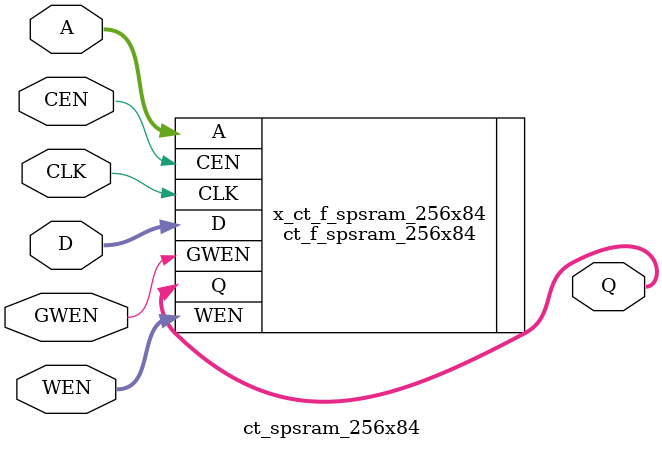
<source format=v>
/*Copyright 2019-2021 T-Head Semiconductor Co., Ltd.

Licensed under the Apache License, Version 2.0 (the "License");
you may not use this file except in compliance with the License.
You may obtain a copy of the License at

    http://www.apache.org/licenses/LICENSE-2.0

Unless required by applicable law or agreed to in writing, software
distributed under the License is distributed on an "AS IS" BASIS,
WITHOUT WARRANTIES OR CONDITIONS OF ANY KIND, either express or implied.
See the License for the specific language governing permissions and
limitations under the License.
*/

// &ModuleBeg; @22
module ct_spsram_256x84 (
  // &Ports, @23
  input    wire  [7 :0]  A,
  input    wire          CEN,
  input    wire          CLK,
  input    wire  [83:0]  D,
  input    wire          GWEN,
  input    wire  [83:0]  WEN,
  output   wire  [83:0]  Q
); 



// &Regs; @24
// &Wires; @25


//**********************************************************
//                  Parameter Definition
//**********************************************************
parameter ADDR_WIDTH = 8;
parameter DATA_WIDTH = 84;
parameter WE_WIDTH   = 84;

// &Force("bus","Q",DATA_WIDTH-1,0); @34
// &Force("bus","WEN",WE_WIDTH-1,0); @35
// &Force("bus","A",ADDR_WIDTH-1,0); @36
// &Force("bus","D",DATA_WIDTH-1,0); @37

  //********************************************************
  //*                        FPGA memory                   *
  //********************************************************
  //{WEN[135:132],WEN[131:99],WEN[98:66],WEN[65:33],WEN[32:0]}
//   &Instance("ct_f_spsram_256x84"); @44
ct_f_spsram_256x84  x_ct_f_spsram_256x84 (
  .A    (A   ),
  .CEN  (CEN ),
  .CLK  (CLK ),
  .D    (D   ),
  .GWEN (GWEN),
  .Q    (Q   ),
  .WEN  (WEN )
);

//   &Instance("ct_tsmc_spsram_256x84"); @50

// &ModuleEnd; @66
endmodule



</source>
